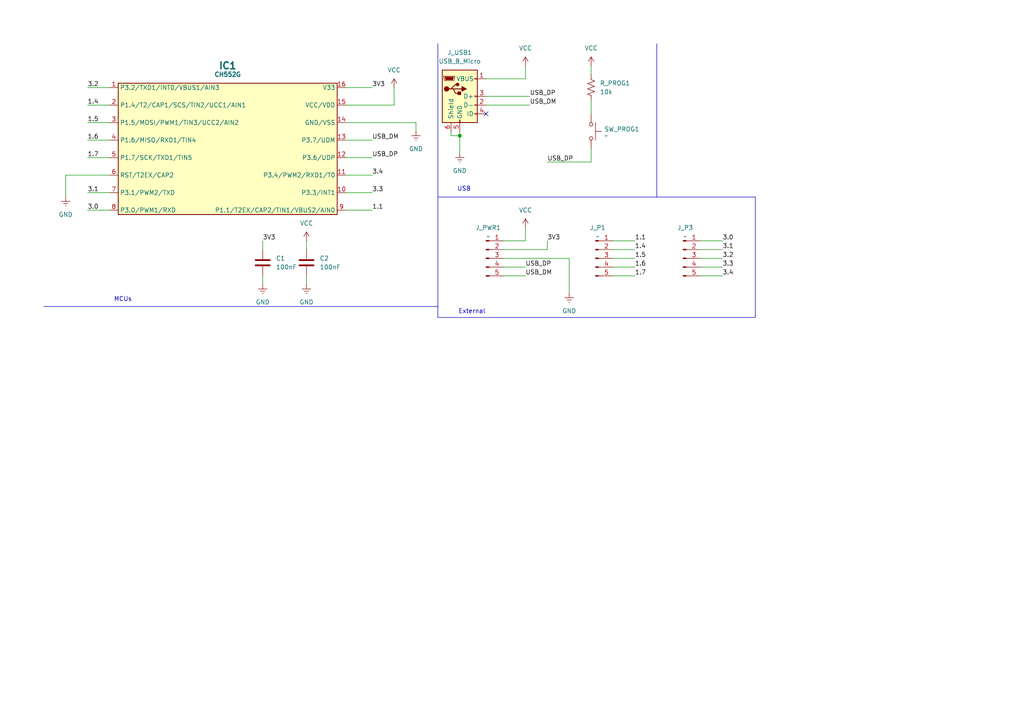
<source format=kicad_sch>
(kicad_sch (version 20231120) (generator "eeschema") (generator_version "8.0")
  (paper "A4")
  (title_block (title "CH552g Dev Board") (date "2024-04-18") (rev "1") (company "Polymath Studio"))
  (lib_symbols
    (symbol "Connector:Conn_01x05_Pin" (pin_names (offset 1.016) hide)
      (property "Reference" "J" (at 0 7.62 0))
      (property "Value" "Conn_01x05_Pin" (at 0 -7.62 0))
      (symbol "Conn_01x05_Pin_1_1"
        (polyline (pts (xy 1.27 -5.08) (xy 0.8636 -5.08)) (stroke (width 0.1524)))
        (polyline (pts (xy 1.27 -2.54) (xy 0.8636 -2.54)) (stroke (width 0.1524)))
        (polyline (pts (xy 1.27 0) (xy 0.8636 0)) (stroke (width 0.1524)))
        (polyline (pts (xy 1.27 2.54) (xy 0.8636 2.54)) (stroke (width 0.1524)))
        (polyline (pts (xy 1.27 5.08) (xy 0.8636 5.08)) (stroke (width 0.1524)))
        (rectangle (start 0.8636 -4.953) (end 0 -5.207) (stroke (width 0.1524)) (fill (type outline)))
        (rectangle (start 0.8636 -2.413) (end 0 -2.667) (stroke (width 0.1524)) (fill (type outline)))
        (rectangle (start 0.8636 0.127) (end 0 -0.127) (stroke (width 0.1524)) (fill (type outline)))
        (rectangle (start 0.8636 2.667) (end 0 2.413) (stroke (width 0.1524)) (fill (type outline)))
        (rectangle (start 0.8636 5.207) (end 0 4.953) (stroke (width 0.1524)) (fill (type outline)))
        (pin passive line (at 5.08 5.08 180) (length 3.81) (name "Pin_1") (number "1"))
        (pin passive line (at 5.08 2.54 180) (length 3.81) (name "Pin_2") (number "2"))
        (pin passive line (at 5.08 0 180) (length 3.81) (name "Pin_3") (number "3"))
        (pin passive line (at 5.08 -2.54 180) (length 3.81) (name "Pin_4") (number "4"))
        (pin passive line (at 5.08 -5.08 180) (length 3.81) (name "Pin_5") (number "5"))
      )
    )
    (symbol "Connector:USB_B_Micro" (pin_names (offset 1.016))
      (property "Reference" "J" (at -5.08 11.43 0))
      (property "Value" "USB_B_Micro" (at -5.08 8.89 0))
      (symbol "USB_B_Micro_0_1"
        (rectangle (start -5.08 -7.62) (end 5.08 7.62) (stroke (width 0.254)) (fill (type background)))
        (circle (center -3.81 2.159) (radius 0.635) (stroke (width 0.254)) (fill (type outline)))
        (circle (center -0.635 3.429) (radius 0.381) (stroke (width 0.254)) (fill (type outline)))
        (rectangle (start -0.127 -7.62) (end 0.127 -6.858))
        (polyline (pts (xy -1.905 2.159) (xy 0.635 2.159)) (stroke (width 0.254)))
        (polyline (pts (xy -3.175 2.159) (xy -2.54 2.159) (xy -1.27 3.429) (xy -0.635 3.429)) (stroke (width 0.254)))
        (polyline (pts (xy -2.54 2.159) (xy -1.905 2.159) (xy -1.27 0.889) (xy 0 0.889)) (stroke (width 0.254)))
        (polyline (pts (xy 0.635 2.794) (xy 0.635 1.524) (xy 1.905 2.159) (xy 0.635 2.794)) (stroke (width 0.254)) (fill (type outline)))
        (polyline (pts (xy -4.318 5.588) (xy -1.778 5.588) (xy -2.032 4.826) (xy -4.064 4.826) (xy -4.318 5.588)) (fill (type outline)))
        (polyline (pts (xy -4.699 5.842) (xy -4.699 5.588) (xy -4.445 4.826) (xy -4.445 4.572) (xy -1.651 4.572) (xy -1.651 4.826) (xy -1.397 5.588) (xy -1.397 5.842) (xy -4.699 5.842)))
        (rectangle (start 0.254 1.27) (end -0.508 0.508) (stroke (width 0.254)) (fill (type outline)))
        (rectangle (start 5.08 -5.207) (end 4.318 -4.953))
        (rectangle (start 5.08 -2.667) (end 4.318 -2.413))
        (rectangle (start 5.08 -0.127) (end 4.318 0.127))
        (rectangle (start 5.08 4.953) (end 4.318 5.207))
      )
      (symbol "USB_B_Micro_1_1"
        (pin power_out line (at 7.62 5.08 180) (length 2.54) (name "VBUS") (number "1"))
        (pin bidirectional line (at 7.62 -2.54 180) (length 2.54) (name "D-") (number "2"))
        (pin bidirectional line (at 7.62 0 180) (length 2.54) (name "D+") (number "3"))
        (pin passive line (at 7.62 -5.08 180) (length 2.54) (name "ID") (number "4"))
        (pin power_out line (at 0 -10.16 90) (length 2.54) (name "GND") (number "5"))
        (pin passive line (at -2.54 -10.16 90) (length 2.54) (name "Shield") (number "6"))
      )
    )
    (symbol "Device:C" (pin_numbers hide) (pin_names (offset 0.254))
      (property "Reference" "C" (at 0.635 2.54 0))
      (property "Value" "C" (at 0.635 -2.54 0))
      (symbol "C_0_1"
        (polyline (pts (xy -2.032 -0.762) (xy 2.032 -0.762)) (stroke (width 0.508)))
        (polyline (pts (xy -2.032 0.762) (xy 2.032 0.762)) (stroke (width 0.508)))
      )
      (symbol "C_1_1"
        (pin passive line (at 0 3.81 270) (length 2.794) (name "~") (number "1"))
        (pin passive line (at 0 -3.81 90) (length 2.794) (name "~") (number "2"))
      )
    )
    (symbol "Device:R_US" (pin_numbers hide) (pin_names (offset 0))
      (property "Reference" "R" (at 2.54 0 90))
      (property "Value" "R_US" (at -2.54 0 90))
      (symbol "R_US_0_1"
        (polyline (pts (xy 0 -2.286) (xy 0 -2.54)))
        (polyline (pts (xy 0 2.286) (xy 0 2.54)))
        (polyline (pts (xy 0 -0.762) (xy 1.016 -1.143) (xy 0 -1.524) (xy -1.016 -1.905) (xy 0 -2.286)))
        (polyline (pts (xy 0 0.762) (xy 1.016 0.381) (xy 0 0) (xy -1.016 -0.381) (xy 0 -0.762)))
        (polyline (pts (xy 0 2.286) (xy 1.016 1.905) (xy 0 1.524) (xy -1.016 1.143) (xy 0 0.762)))
      )
      (symbol "R_US_1_1"
        (pin passive line (at 0 3.81 270) (length 1.27) (name "~") (number "1"))
        (pin passive line (at 0 -3.81 90) (length 1.27) (name "~") (number "2"))
      )
    )
    (symbol "Switch:SW_Push" (pin_numbers hide) (pin_names (offset 1.016) hide)
      (property "Reference" "SW" (at 1.27 2.54 0))
      (property "Value" "SW_Push" (at 0 -1.524 0))
      (symbol "SW_Push_0_1"
        (circle (center -2.032 0) (radius 0.508))
        (polyline (pts (xy 0 1.27) (xy 0 3.048)))
        (polyline (pts (xy 2.54 1.27) (xy -2.54 1.27)))
        (circle (center 2.032 0) (radius 0.508))
        (pin passive line (at -5.08 0 0) (length 2.54) (name "1") (number "1"))
        (pin passive line (at 5.08 0 180) (length 2.54) (name "2") (number "2"))
      )
    )
    (symbol "ch552g:CH552G"
      (property "Reference" "IC" (at 2.0066 -6.35 0))
      (property "Value" "CH552G" (at -3.81 13.97 0))
      (symbol "CH552G_0_1"
        (rectangle (start -31.75 12.7) (end 31.75 -25.4) (stroke (width 0.254)) (fill (type background)))
      )
      (symbol "CH552G_1_1"
        (pin bidirectional line (at -34.29 11.43 0) (length 2.54) (name "P3.2/TXD1/INT0/VBUS1/AIN3") (number "1"))
        (pin bidirectional line (at 34.29 -19.05 180) (length 2.54) (name "P3.3/INT1") (number "10"))
        (pin bidirectional line (at 34.29 -13.97 180) (length 2.54) (name "P3.4/PWM2/RXD1/T0") (number "11"))
        (pin bidirectional line (at 34.29 -8.89 180) (length 2.54) (name "P3.6/UDP") (number "12"))
        (pin bidirectional line (at 34.29 -3.81 180) (length 2.54) (name "P3.7/UDM") (number "13"))
        (pin power_in line (at 34.29 1.27 180) (length 2.54) (name "GND/VSS") (number "14"))
        (pin power_in line (at 34.29 6.35 180) (length 2.54) (name "VCC/VDD") (number "15"))
        (pin power_in line (at 34.29 11.43 180) (length 2.54) (name "V33") (number "16"))
        (pin bidirectional line (at -34.29 6.35 0) (length 2.54) (name "P1.4/T2/CAP1/SCS/TIN2/UCC1/AIN1") (number "2"))
        (pin bidirectional line (at -34.29 1.27 0) (length 2.54) (name "P1.5/MOSI/PWM1/TIN3/UCC2/AIN2") (number "3"))
        (pin bidirectional line (at -34.29 -3.81 0) (length 2.54) (name "P1.6/MISO/RXD1/TIN4") (number "4"))
        (pin bidirectional line (at -34.29 -8.89 0) (length 2.54) (name "P1.7/SCK/TXD1/TIN5") (number "5"))
        (pin bidirectional line (at -34.29 -13.97 0) (length 2.54) (name "RST/T2EX/CAP2") (number "6"))
        (pin bidirectional line (at -34.29 -19.05 0) (length 2.54) (name "P3.1/PWM2/TXD") (number "7"))
        (pin bidirectional line (at -34.29 -24.13 0) (length 2.54) (name "P3.0/PWM1/RXD") (number "8"))
        (pin bidirectional line (at 34.29 -24.13 180) (length 2.54) (name "P1.1/T2EX/CAP2/TIN1/VBUS2/AIN0") (number "9"))
      )
    )
    (symbol "power:Earth" (power) (pin_numbers hide) (pin_names (offset 0) hide)
      (property "Value" "Earth" (at 0 -3.81 0))
      (symbol "Earth_0_1"
        (polyline (pts (xy -0.635 -1.905) (xy 0.635 -1.905)))
        (polyline (pts (xy -0.127 -2.54) (xy 0.127 -2.54)))
        (polyline (pts (xy 0 -1.27) (xy 0 0)))
        (polyline (pts (xy 1.27 -1.27) (xy -1.27 -1.27)))
      )
      (symbol "Earth_1_1"
        (pin power_in line (at 0 0 270) (length 0) (name "~") (number "1"))
      )
    )
    (symbol "power:VCC" (power) (pin_numbers hide) (pin_names (offset 0) hide)
      (property "Value" "VCC" (at 0 3.556 0))
      (symbol "VCC_0_1"
        (polyline (pts (xy -0.762 1.27) (xy 0 2.54)))
        (polyline (pts (xy 0 0) (xy 0 2.54)))
        (polyline (pts (xy 0 2.54) (xy 0.762 1.27)))
      )
      (symbol "VCC_1_1"
        (pin power_in line (at 0 0 90) (length 0) (name "~") (number "1"))
      )
    )
  )
  (junction (at 133.35 39.37))
  (no_connect (at 140.97 33.02))
  (wire (pts (xy 152.4 69.85) (xy 146.05 69.85)))
  (wire (pts (xy 133.35 39.37) (xy 133.35 44.45)))
  (wire (pts (xy 100.33 40.64) (xy 107.95 40.64)))
  (polyline (pts (xy 219.075 92.075) (xy 219.075 57.15)))
  (wire (pts (xy 203.2 69.85) (xy 209.55 69.85)))
  (wire (pts (xy 171.45 46.99) (xy 158.75 46.99)))
  (wire (pts (xy 171.45 19.05) (xy 171.45 21.59)))
  (wire (pts (xy 177.8 80.01) (xy 184.15 80.01)))
  (wire (pts (xy 76.2 80.01) (xy 76.2 82.55)))
  (wire (pts (xy 19.05 50.8) (xy 31.75 50.8)))
  (wire (pts (xy 177.8 69.85) (xy 184.15 69.85)))
  (wire (pts (xy 100.33 45.72) (xy 107.95 45.72)))
  (polyline (pts (xy 12.7 88.9) (xy 127 88.9)))
  (wire (pts (xy 140.97 22.86) (xy 152.4 22.86)))
  (wire (pts (xy 114.3 30.48) (xy 114.3 25.4)))
  (wire (pts (xy 152.4 19.05) (xy 152.4 22.86)))
  (wire (pts (xy 100.33 30.48) (xy 114.3 30.48)))
  (wire (pts (xy 177.8 72.39) (xy 184.15 72.39)))
  (wire (pts (xy 25.4 60.96) (xy 31.75 60.96)))
  (wire (pts (xy 203.2 77.47) (xy 209.55 77.47)))
  (wire (pts (xy 203.2 74.93) (xy 209.55 74.93)))
  (wire (pts (xy 146.05 72.39) (xy 158.75 72.39)))
  (wire (pts (xy 152.4 66.04) (xy 152.4 69.85)))
  (wire (pts (xy 100.33 50.8) (xy 107.95 50.8)))
  (wire (pts (xy 120.65 35.56) (xy 120.65 38.1)))
  (wire (pts (xy 177.8 77.47) (xy 184.15 77.47)))
  (wire (pts (xy 100.33 25.4) (xy 107.95 25.4)))
  (polyline (pts (xy 127 88.9) (xy 127 92.075)))
  (wire (pts (xy 76.2 69.85) (xy 76.2 72.39)))
  (wire (pts (xy 25.4 45.72) (xy 31.75 45.72)))
  (polyline (pts (xy 127 12.7) (xy 127 88.9)))
  (wire (pts (xy 100.33 35.56) (xy 120.65 35.56)))
  (wire (pts (xy 146.05 74.93) (xy 165.1 74.93)))
  (wire (pts (xy 25.4 35.56) (xy 31.75 35.56)))
  (wire (pts (xy 203.2 72.39) (xy 209.55 72.39)))
  (wire (pts (xy 100.33 55.88) (xy 107.95 55.88)))
  (wire (pts (xy 146.05 77.47) (xy 152.4 77.47)))
  (wire (pts (xy 130.81 39.37) (xy 133.35 39.37)))
  (wire (pts (xy 133.35 38.1) (xy 133.35 39.37)))
  (wire (pts (xy 25.4 30.48) (xy 31.75 30.48)))
  (wire (pts (xy 203.2 80.01) (xy 209.55 80.01)))
  (polyline (pts (xy 219.075 57.15) (xy 190.5 57.15)))
  (wire (pts (xy 25.4 25.4) (xy 31.75 25.4)))
  (wire (pts (xy 88.9 80.01) (xy 88.9 82.55)))
  (wire (pts (xy 88.9 69.85) (xy 88.9 72.39)))
  (polyline (pts (xy 175.26 218.44) (xy 124.46 218.44)))
  (polyline (pts (xy 127 92.075) (xy 219.075 92.075)))
  (wire (pts (xy 25.4 40.64) (xy 31.75 40.64)))
  (wire (pts (xy 171.45 29.21) (xy 171.45 33.02)))
  (wire (pts (xy 158.75 69.85) (xy 158.75 72.39)))
  (wire (pts (xy 177.8 74.93) (xy 184.15 74.93)))
  (wire (pts (xy 146.05 80.01) (xy 152.4 80.01)))
  (wire (pts (xy 140.97 27.94) (xy 153.67 27.94)))
  (wire (pts (xy 171.45 43.18) (xy 171.45 46.99)))
  (wire (pts (xy 140.97 30.48) (xy 153.67 30.48)))
  (wire (pts (xy 165.1 74.93) (xy 165.1 85.09)))
  (polyline (pts (xy 190.5 12.7) (xy 190.5 57.15)))
  (wire (pts (xy 100.33 60.96) (xy 107.95 60.96)))
  (wire (pts (xy 25.4 55.88) (xy 31.75 55.88)))
  (wire (pts (xy 130.81 38.1) (xy 130.81 39.37)))
  (wire (pts (xy 19.05 50.8) (xy 19.05 57.15)))
  (polyline (pts (xy 127 57.15) (xy 190.5 57.15)))
  (text "External" (at 136.906 90.424 0) (effects (font (size 1.27 1.27))))
  (text "USB" (at 132.588 55.626 0) (effects (font (size 1.27 1.27)) (justify left bottom)))
  (text "MCUs" (at 33.02 87.63 0) (effects (font (size 1.27 1.27)) (justify left bottom)))
  (label "USB_DP" (at 152.4 77.47 0))
  (label "1.6" (at 184.15 77.47 0))
  (label "3.0" (at 25.4 60.96 0))
  (label "3.2" (at 209.55 74.93 0))
  (label "3.3" (at 209.55 77.47 0))
  (label "1.6" (at 25.4 40.64 0))
  (label "3.4" (at 209.55 80.01 0))
  (label "3V3" (at 76.2 69.85 0))
  (label "1.1" (at 107.95 60.96 0))
  (label "USB_DP" (at 158.75 46.99 0))
  (label "1.4" (at 25.4 30.48 0))
  (label "3.3" (at 107.95 55.88 0))
  (label "3.2" (at 25.4 25.4 0))
  (label "USB_DM" (at 152.4 80.01 0))
  (label "USB_DM" (at 153.67 30.48 0))
  (label "1.7" (at 25.4 45.72 0))
  (label "USB_DM" (at 107.95 40.64 0))
  (label "USB_DP" (at 153.67 27.94 0))
  (label "1.5" (at 25.4 35.56 0))
  (label "3V3" (at 158.75 69.85 0))
  (label "1.7" (at 184.15 80.01 0))
  (label "3.0" (at 209.55 69.85 0))
  (label "1.1" (at 184.15 69.85 0))
  (label "1.4" (at 184.15 72.39 0))
  (label "USB_DP" (at 107.95 45.72 0))
  (label "3.4" (at 107.95 50.8 0))
  (label "1.5" (at 184.15 74.93 0))
  (label "3.1" (at 209.55 72.39 0))
  (label "3V3" (at 107.95 25.4 0))
  (label "3.1" (at 25.4 55.88 0))
  (symbol (lib_id "power:Earth") (at 19.05 57.15 0) (unit 1)
    (property "Reference" "#PWR03" (effects (hide yes)))
    (property "Value" "GND" (at 19.05 62.23 0))
    (property "Description" "Power symbol creates a global label with name \"Earth\"" (effects (hide yes)))
  )
  (symbol (lib_id "Connector:Conn_01x05_Pin") (at 198.12 74.93 0) (unit 1)
    (property "Reference" "J_P3" (at 198.755 66.04 0))
    (property "Value" "~" (at 198.755 68.58 0))
    (property "Footprint" "Connector_PinHeader_2.54mm:PinHeader_1x05_P2.54mm_Vertical" (effects (hide yes)))
    (property "Description" "Generic connector, single row, 01x05, script generated" (effects (hide yes)))
  )
  (symbol (lib_id "Switch:SW_Push") (at 171.45 38.1 270) (unit 1)
    (property "Reference" "SW_PROG1" (at 175.26 37.4649 90) (effects (justify left)))
    (property "Value" "~" (at 175.26 39.37 90) (effects (justify left)))
    (property "Footprint" "Button_Switch_SMD:SW_Push_1P1T_NO_6x6mm_H9.5mm" (effects (hide yes)))
  )
  (symbol (lib_id "Device:R_US") (at 171.45 25.4 0) (unit 1)
    (property "Reference" "R_PROG1" (at 173.99 24.1299 0) (effects (justify left)))
    (property "Value" "10k" (at 173.99 26.6699 0) (effects (justify left)))
    (property "Footprint" "Resistor_SMD:R_0603_1608Metric" (effects (hide yes)))
  )
  (symbol (lib_id "power:Earth") (at 76.2 82.55 0) (unit 1)
    (property "Reference" "#PWR01" (effects (hide yes)))
    (property "Value" "GND" (at 76.2 87.63 0))
    (property "Description" "Power symbol creates a global label with name \"Earth\"" (effects (hide yes)))
  )
  (symbol (lib_id "power:Earth") (at 88.9 82.55 0) (unit 1)
    (property "Reference" "#PWR02" (effects (hide yes)))
    (property "Value" "GND" (at 88.9 87.63 0))
    (property "Description" "Power symbol creates a global label with name \"Earth\"" (effects (hide yes)))
  )
  (symbol (lib_id "ch552g:CH552G") (at 66.04 36.83 0) (unit 1)
    (property "Reference" "IC1" (at 66.04 19.05 0) (effects (font (size 2.0066 2.0066) (bold yes))))
    (property "Value" "CH552G" (at 66.04 21.59 0) (effects (font (bold yes))))
    (property "Footprint" "ch552g:SOIC-16_3.9x9.9mm_Pitch1.27mm" (effects (hide yes)))
    (property "Datasheet" "https://datasheet.lcsc.com/szlcsc/1812131556_Jiangsu-Qin-Heng-CH552G_C111292.pdf" (effects (hide yes)))
  )
  (symbol (lib_id "Connector:Conn_01x05_Pin") (at 140.97 74.93 0) (unit 1)
    (property "Reference" "J_PWR1" (at 141.605 66.04 0))
    (property "Value" "~" (at 141.605 68.58 0))
    (property "Footprint" "Connector_PinHeader_2.54mm:PinHeader_1x05_P2.54mm_Vertical" (effects (hide yes)))
    (property "Description" "Generic connector, single row, 01x05, script generated" (effects (hide yes)))
  )
  (symbol (lib_id "Connector:USB_B_Micro") (at 133.35 27.94 0) (unit 1)
    (property "Reference" "J_USB1" (at 133.35 15.24 0))
    (property "Value" "USB_B_Micro" (at 133.35 17.78 0))
    (property "Footprint" "Connector_USB:USB_Micro-B_Amphenol_10118194_Horizontal" (effects (hide yes)))
  )
  (symbol (lib_id "power:Earth") (at 133.35 44.45 0) (unit 1)
    (property "Reference" "#PWR09" (effects (hide yes)))
    (property "Value" "GND" (at 133.35 49.53 0))
    (property "Description" "Power symbol creates a global label with name \"Earth\"" (effects (hide yes)))
  )
  (symbol (lib_id "power:VCC") (at 114.3 25.4 0) (unit 1)
    (property "Reference" "#PWR04" (effects (hide yes)))
    (property "Value" "VCC" (at 114.3 20.32 0))
    (property "Description" "Power symbol creates a global label with name \"VCC\"" (effects (hide yes)))
  )
  (symbol (lib_id "power:VCC") (at 88.9 69.85 0) (unit 1)
    (property "Reference" "#PWR06" (effects (hide yes)))
    (property "Value" "VCC" (at 88.9 64.77 0))
    (property "Description" "Power symbol creates a global label with name \"VCC\"" (effects (hide yes)))
  )
  (symbol (lib_id "power:VCC") (at 152.4 66.04 0) (unit 1)
    (property "Reference" "#PWR010" (effects (hide yes)))
    (property "Value" "VCC" (at 152.4 60.96 0))
    (property "Description" "Power symbol creates a global label with name \"VCC\"" (effects (hide yes)))
  )
  (symbol (lib_id "power:VCC") (at 171.45 19.05 0) (unit 1)
    (property "Reference" "#PWR08" (effects (hide yes)))
    (property "Value" "VCC" (at 171.45 13.97 0))
    (property "Description" "Power symbol creates a global label with name \"VCC\"" (effects (hide yes)))
  )
  (symbol (lib_id "power:VCC") (at 152.4 19.05 0) (unit 1)
    (property "Reference" "#PWR07" (effects (hide yes)))
    (property "Value" "VCC" (at 152.4 13.97 0))
    (property "Description" "Power symbol creates a global label with name \"VCC\"" (effects (hide yes)))
  )
  (symbol (lib_id "power:Earth") (at 120.65 38.1 0) (unit 1)
    (property "Reference" "#PWR05" (effects (hide yes)))
    (property "Value" "GND" (at 120.65 43.18 0))
    (property "Description" "Power symbol creates a global label with name \"Earth\"" (effects (hide yes)))
  )
  (symbol (lib_id "Device:C") (at 88.9 76.2 0) (unit 1)
    (property "Reference" "C2" (at 92.71 74.93 0) (effects (justify left)))
    (property "Value" "100nF" (at 92.71 77.47 0) (effects (justify left)))
    (property "Footprint" "Capacitor_SMD:C_0603_1608Metric" (effects (hide yes)))
  )
  (symbol (lib_id "Device:C") (at 76.2 76.2 0) (unit 1)
    (property "Reference" "C1" (at 80.01 74.93 0) (effects (justify left)))
    (property "Value" "100nF" (at 80.01 77.47 0) (effects (justify left)))
    (property "Footprint" "Capacitor_SMD:C_0603_1608Metric" (effects (hide yes)))
  )
  (symbol (lib_id "Connector:Conn_01x05_Pin") (at 172.72 74.93 0) (unit 1)
    (property "Reference" "J_P1" (at 173.355 66.04 0))
    (property "Value" "~" (at 173.355 68.58 0))
    (property "Footprint" "Connector_PinHeader_2.54mm:PinHeader_1x05_P2.54mm_Vertical" (effects (hide yes)))
    (property "Description" "Generic connector, single row, 01x05, script generated" (effects (hide yes)))
  )
  (symbol (lib_id "power:Earth") (at 165.1 85.09 0) (unit 1)
    (property "Reference" "#PWR011" (effects (hide yes)))
    (property "Value" "GND" (at 165.1 90.17 0))
    (property "Description" "Power symbol creates a global label with name \"Earth\"" (effects (hide yes)))
  )
)
</source>
